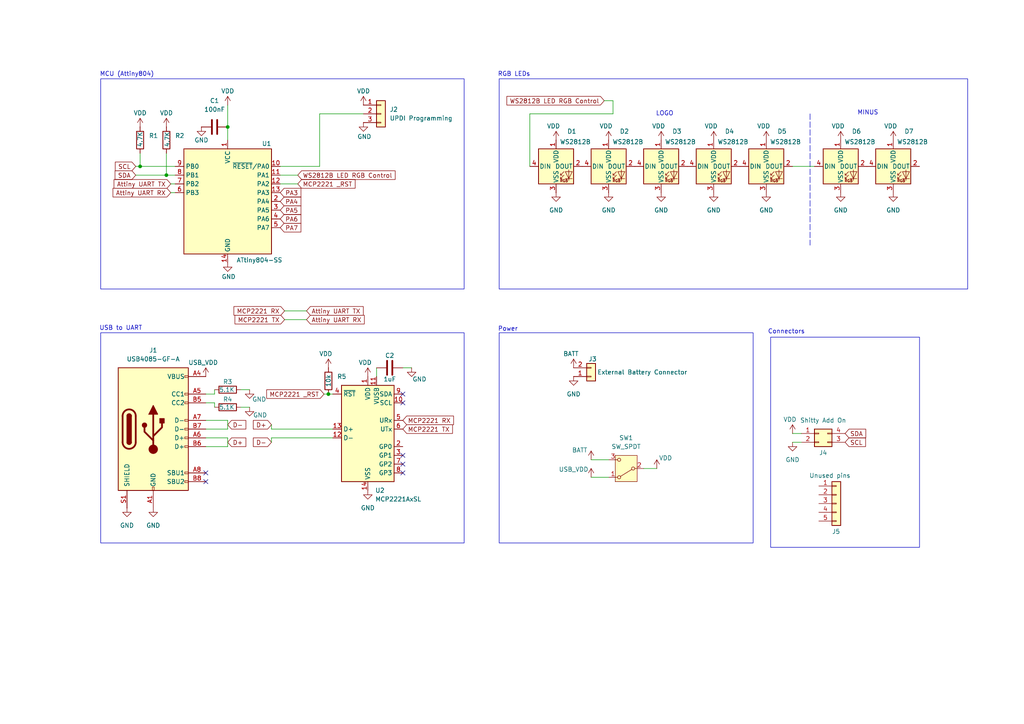
<source format=kicad_sch>
(kicad_sch (version 20250114) (generator "eeschema") (generator_version "9.0")
  (paper "A4")
  (title_block (title "Imponator") (date "2025-10-05") (rev "1") (company "Hackeriet") (comment 1 "Designed by: Sigurd Hellesvik"))
  (lib_symbols
    (symbol "Connector:USB_C_Receptacle_USB2.0_16P" (pin_names (offset 1.016))
      (property "Reference" "J" (at 0 22.225 0))
      (property "Value" "USB_C_Receptacle_USB2.0_16P" (at 0 19.685 0))
      (symbol "USB_C_Receptacle_USB2.0_16P_0_0"
        (rectangle (start -0.254 -17.78) (end 0.254 -16.764))
        (rectangle (start 10.16 15.494) (end 9.144 14.986))
        (rectangle (start 10.16 10.414) (end 9.144 9.906))
        (rectangle (start 10.16 7.874) (end 9.144 7.366))
        (rectangle (start 10.16 2.794) (end 9.144 2.286))
        (rectangle (start 10.16 0.254) (end 9.144 -0.254))
        (rectangle (start 10.16 -2.286) (end 9.144 -2.794))
        (rectangle (start 10.16 -4.826) (end 9.144 -5.334))
        (rectangle (start 10.16 -12.446) (end 9.144 -12.954))
        (rectangle (start 10.16 -14.986) (end 9.144 -15.494))
      )
      (symbol "USB_C_Receptacle_USB2.0_16P_0_1"
        (rectangle (start -10.16 17.78) (end 10.16 -17.78) (stroke (width 0.254)) (fill (type background)))
        (polyline (pts (xy -8.89 -3.81) (xy -8.89 3.81)) (stroke (width 0.508)))
        (rectangle (start -7.62 -3.81) (end -6.35 3.81) (stroke (width 0.254)) (fill (type outline)))
        (arc (start -7.62 3.81) (mid -6.985 4.4423) (end -6.35 3.81) (stroke (width 0.254)))
        (arc (start -7.62 3.81) (mid -6.985 4.4423) (end -6.35 3.81) (stroke (width 0.254)) (fill (type outline)))
        (arc (start -8.89 3.81) (mid -6.985 5.7067) (end -5.08 3.81) (stroke (width 0.508)))
        (arc (start -5.08 -3.81) (mid -6.985 -5.7067) (end -8.89 -3.81) (stroke (width 0.508)))
        (arc (start -6.35 -3.81) (mid -6.985 -4.4423) (end -7.62 -3.81) (stroke (width 0.254)))
        (arc (start -6.35 -3.81) (mid -6.985 -4.4423) (end -7.62 -3.81) (stroke (width 0.254)) (fill (type outline)))
        (polyline (pts (xy -5.08 3.81) (xy -5.08 -3.81)) (stroke (width 0.508)))
        (circle (center -2.54 1.143) (radius 0.635) (stroke (width 0.254)) (fill (type outline)))
        (polyline (pts (xy -1.27 4.318) (xy 0 6.858) (xy 1.27 4.318) (xy -1.27 4.318)) (stroke (width 0.254)) (fill (type outline)))
        (polyline (pts (xy 0 -2.032) (xy 2.54 0.508) (xy 2.54 1.778)) (stroke (width 0.508)))
        (polyline (pts (xy 0 -3.302) (xy -2.54 -0.762) (xy -2.54 0.508)) (stroke (width 0.508)))
        (polyline (pts (xy 0 -5.842) (xy 0 4.318)) (stroke (width 0.508)))
        (circle (center 0 -5.842) (radius 1.27) (fill (type outline)))
        (rectangle (start 1.905 1.778) (end 3.175 3.048) (stroke (width 0.254)) (fill (type outline)))
      )
      (symbol "USB_C_Receptacle_USB2.0_16P_1_1"
        (pin passive line (at -7.62 -22.86 90) (length 5.08) (name "SHIELD") (number "S1"))
        (pin passive line (at 0 -22.86 90) (length 5.08) (name "GND") (number "A1"))
        (pin passive line (at 0 -22.86 90) (length 5.08) (hide yes) (name "GND") (number "A12"))
        (pin passive line (at 0 -22.86 90) (length 5.08) (hide yes) (name "GND") (number "B1"))
        (pin passive line (at 0 -22.86 90) (length 5.08) (hide yes) (name "GND") (number "B12"))
        (pin passive line (at 15.24 15.24 180) (length 5.08) (name "VBUS") (number "A4"))
        (pin passive line (at 15.24 15.24 180) (length 5.08) (hide yes) (name "VBUS") (number "A9"))
        (pin passive line (at 15.24 15.24 180) (length 5.08) (hide yes) (name "VBUS") (number "B4"))
        (pin passive line (at 15.24 15.24 180) (length 5.08) (hide yes) (name "VBUS") (number "B9"))
        (pin bidirectional line (at 15.24 10.16 180) (length 5.08) (name "CC1") (number "A5"))
        (pin bidirectional line (at 15.24 7.62 180) (length 5.08) (name "CC2") (number "B5"))
        (pin bidirectional line (at 15.24 2.54 180) (length 5.08) (name "D-") (number "A7"))
        (pin bidirectional line (at 15.24 0 180) (length 5.08) (name "D-") (number "B7"))
        (pin bidirectional line (at 15.24 -2.54 180) (length 5.08) (name "D+") (number "A6"))
        (pin bidirectional line (at 15.24 -5.08 180) (length 5.08) (name "D+") (number "B6"))
        (pin bidirectional line (at 15.24 -12.7 180) (length 5.08) (name "SBU1") (number "A8"))
        (pin bidirectional line (at 15.24 -15.24 180) (length 5.08) (name "SBU2") (number "B8"))
      )
    )
    (symbol "Connector_Generic:Conn_01x02" (pin_names (offset 1.016) (hide yes))
      (property "Reference" "J" (at 0 2.54 0))
      (property "Value" "Conn_01x02" (at 0 -5.08 0))
      (symbol "Conn_01x02_1_1"
        (rectangle (start -1.27 1.27) (end 1.27 -3.81) (stroke (width 0.254)) (fill (type background)))
        (rectangle (start -1.27 0.127) (end 0 -0.127) (stroke (width 0.1524)))
        (rectangle (start -1.27 -2.413) (end 0 -2.667) (stroke (width 0.1524)))
        (pin passive line (at -5.08 0 0) (length 3.81) (name "Pin_1") (number "1"))
        (pin passive line (at -5.08 -2.54 0) (length 3.81) (name "Pin_2") (number "2"))
      )
    )
    (symbol "Connector_Generic:Conn_01x03" (pin_names (offset 1.016) (hide yes))
      (property "Reference" "J" (at 0 5.08 0))
      (property "Value" "Conn_01x03" (at 0 -5.08 0))
      (symbol "Conn_01x03_1_1"
        (rectangle (start -1.27 3.81) (end 1.27 -3.81) (stroke (width 0.254)) (fill (type background)))
        (rectangle (start -1.27 2.667) (end 0 2.413) (stroke (width 0.1524)))
        (rectangle (start -1.27 0.127) (end 0 -0.127) (stroke (width 0.1524)))
        (rectangle (start -1.27 -2.413) (end 0 -2.667) (stroke (width 0.1524)))
        (pin passive line (at -5.08 2.54 0) (length 3.81) (name "Pin_1") (number "1"))
        (pin passive line (at -5.08 0 0) (length 3.81) (name "Pin_2") (number "2"))
        (pin passive line (at -5.08 -2.54 0) (length 3.81) (name "Pin_3") (number "3"))
      )
    )
    (symbol "Connector_Generic:Conn_01x05" (pin_names (offset 1.016) (hide yes))
      (property "Reference" "J" (at 0 7.62 0))
      (property "Value" "Conn_01x05" (at 0 -7.62 0))
      (symbol "Conn_01x05_1_1"
        (rectangle (start -1.27 6.35) (end 1.27 -6.35) (stroke (width 0.254)) (fill (type background)))
        (rectangle (start -1.27 5.207) (end 0 4.953) (stroke (width 0.1524)))
        (rectangle (start -1.27 2.667) (end 0 2.413) (stroke (width 0.1524)))
        (rectangle (start -1.27 0.127) (end 0 -0.127) (stroke (width 0.1524)))
        (rectangle (start -1.27 -2.413) (end 0 -2.667) (stroke (width 0.1524)))
        (rectangle (start -1.27 -4.953) (end 0 -5.207) (stroke (width 0.1524)))
        (pin passive line (at -5.08 5.08 0) (length 3.81) (name "Pin_1") (number "1"))
        (pin passive line (at -5.08 2.54 0) (length 3.81) (name "Pin_2") (number "2"))
        (pin passive line (at -5.08 0 0) (length 3.81) (name "Pin_3") (number "3"))
        (pin passive line (at -5.08 -2.54 0) (length 3.81) (name "Pin_4") (number "4"))
        (pin passive line (at -5.08 -5.08 0) (length 3.81) (name "Pin_5") (number "5"))
      )
    )
    (symbol "Connector_Generic:Conn_02x02_Counter_Clockwise" (pin_names (offset 1.016) (hide yes))
      (property "Reference" "J" (at 1.27 2.54 0))
      (property "Value" "Conn_02x02_Counter_Clockwise" (at 1.27 -5.08 0))
      (symbol "Conn_02x02_Counter_Clockwise_1_1"
        (rectangle (start -1.27 1.27) (end 3.81 -3.81) (stroke (width 0.254)) (fill (type background)))
        (rectangle (start -1.27 0.127) (end 0 -0.127) (stroke (width 0.1524)))
        (rectangle (start -1.27 -2.413) (end 0 -2.667) (stroke (width 0.1524)))
        (rectangle (start 3.81 0.127) (end 2.54 -0.127) (stroke (width 0.1524)))
        (rectangle (start 3.81 -2.413) (end 2.54 -2.667) (stroke (width 0.1524)))
        (pin passive line (at -5.08 0 0) (length 3.81) (name "Pin_1") (number "1"))
        (pin passive line (at -5.08 -2.54 0) (length 3.81) (name "Pin_2") (number "2"))
        (pin passive line (at 7.62 0 180) (length 3.81) (name "Pin_4") (number "4"))
        (pin passive line (at 7.62 -2.54 180) (length 3.81) (name "Pin_3") (number "3"))
      )
    )
    (symbol "Device:C" (pin_numbers (hide yes)) (pin_names (offset 0.254))
      (property "Reference" "C" (at 0.635 2.54 0))
      (property "Value" "C" (at 0.635 -2.54 0))
      (symbol "C_0_1"
        (polyline (pts (xy -2.032 0.762) (xy 2.032 0.762)) (stroke (width 0.508)))
        (polyline (pts (xy -2.032 -0.762) (xy 2.032 -0.762)) (stroke (width 0.508)))
      )
      (symbol "C_1_1"
        (pin passive line (at 0 3.81 270) (length 2.794) (name "~") (number "1"))
        (pin passive line (at 0 -3.81 90) (length 2.794) (name "~") (number "2"))
      )
    )
    (symbol "Device:R" (pin_numbers (hide yes)) (pin_names (offset 0))
      (property "Reference" "R" (at 2.032 0 90))
      (property "Value" "R" (at 0 0 90))
      (symbol "R_0_1"
        (rectangle (start -1.016 -2.54) (end 1.016 2.54) (stroke (width 0.254)))
      )
      (symbol "R_1_1"
        (pin passive line (at 0 3.81 270) (length 1.27) (name "~") (number "1"))
        (pin passive line (at 0 -3.81 90) (length 1.27) (name "~") (number "2"))
      )
    )
    (symbol "Interface_USB:MCP2221AxSL"
      (property "Reference" "U" (at -7.62 16.51 0))
      (property "Value" "MCP2221AxSL" (at 12.7 16.51 0))
      (symbol "MCP2221AxSL_0_1"
        (rectangle (start -7.62 15.24) (end 7.62 -12.7) (stroke (width 0.254)) (fill (type background)))
      )
      (symbol "MCP2221AxSL_1_1"
        (pin input line (at -10.16 12.7 0) (length 2.54) (name "~{RST}") (number "4"))
        (pin bidirectional line (at -10.16 2.54 0) (length 2.54) (name "D+") (number "13"))
        (pin bidirectional line (at -10.16 0 0) (length 2.54) (name "D-") (number "12"))
        (pin power_in line (at 0 17.78 270) (length 2.54) (name "VDD") (number "1"))
        (pin power_in line (at 0 -15.24 90) (length 2.54) (name "VSS") (number "14"))
        (pin passive line (at 2.54 17.78 270) (length 2.54) (name "VUSB") (number "11"))
        (pin bidirectional line (at 10.16 12.7 180) (length 2.54) (name "SDA") (number "9"))
        (pin bidirectional line (at 10.16 10.16 180) (length 2.54) (name "SCL") (number "10"))
        (pin input line (at 10.16 5.08 180) (length 2.54) (name "URx") (number "5"))
        (pin output line (at 10.16 2.54 180) (length 2.54) (name "UTx") (number "6"))
        (pin bidirectional line (at 10.16 -2.54 180) (length 2.54) (name "GP0") (number "2"))
        (pin bidirectional line (at 10.16 -5.08 180) (length 2.54) (name "GP1") (number "3"))
        (pin bidirectional line (at 10.16 -7.62 180) (length 2.54) (name "GP2") (number "7"))
        (pin bidirectional line (at 10.16 -10.16 180) (length 2.54) (name "GP3") (number "8"))
      )
    )
    (symbol "LED:WS2812B" (pin_names (offset 0.254))
      (property "Reference" "D" (at 5.08 5.715 0))
      (property "Value" "WS2812B" (at 1.27 -5.715 0))
      (symbol "WS2812B_0_0"
        (text "RGB" (at 2.286 -4.191 0) (effects (font (size 0.762 0.762))))
      )
      (symbol "WS2812B_0_1"
        (polyline (pts (xy 1.27 -2.54) (xy 1.778 -2.54)))
        (polyline (pts (xy 1.27 -3.556) (xy 1.778 -3.556)))
        (polyline (pts (xy 2.286 -1.524) (xy 1.27 -2.54) (xy 1.27 -2.032)))
        (polyline (pts (xy 2.286 -2.54) (xy 1.27 -3.556) (xy 1.27 -3.048)))
        (polyline (pts (xy 3.683 -1.016) (xy 3.683 -3.556) (xy 3.683 -4.064)))
        (polyline (pts (xy 4.699 -1.524) (xy 2.667 -1.524) (xy 3.683 -3.556) (xy 4.699 -1.524)))
        (polyline (pts (xy 4.699 -3.556) (xy 2.667 -3.556)))
        (rectangle (start 5.08 5.08) (end -5.08 -5.08) (stroke (width 0.254)) (fill (type background)))
      )
      (symbol "WS2812B_1_1"
        (pin input line (at -7.62 0 0) (length 2.54) (name "DIN") (number "4"))
        (pin power_in line (at 0 7.62 270) (length 2.54) (name "VDD") (number "1"))
        (pin power_in line (at 0 -7.62 90) (length 2.54) (name "VSS") (number "3"))
        (pin output line (at 7.62 0 180) (length 2.54) (name "DOUT") (number "2"))
      )
    )
    (symbol "MCU_Microchip_ATtiny:ATtiny804-SS"
      (property "Reference" "U" (at -12.7 16.51 0))
      (property "Value" "ATtiny804-SS" (at 2.54 -16.51 0))
      (symbol "ATtiny804-SS_0_1"
        (rectangle (start -12.7 -15.24) (end 12.7 15.24) (stroke (width 0.254)) (fill (type background)))
      )
      (symbol "ATtiny804-SS_1_1"
        (pin bidirectional line (at -15.24 10.16 0) (length 2.54) (name "PB0") (number "9"))
        (pin bidirectional line (at -15.24 7.62 0) (length 2.54) (name "PB1") (number "8"))
        (pin bidirectional line (at -15.24 5.08 0) (length 2.54) (name "PB2") (number "7"))
        (pin bidirectional line (at -15.24 2.54 0) (length 2.54) (name "PB3") (number "6"))
        (pin power_in line (at 0 17.78 270) (length 2.54) (name "VCC") (number "1"))
        (pin power_in line (at 0 -17.78 90) (length 2.54) (name "GND") (number "14"))
        (pin bidirectional line (at 15.24 10.16 180) (length 2.54) (name "~{RESET}/PA0") (number "10"))
        (pin bidirectional line (at 15.24 7.62 180) (length 2.54) (name "PA1") (number "11"))
        (pin bidirectional line (at 15.24 5.08 180) (length 2.54) (name "PA2") (number "12"))
        (pin bidirectional line (at 15.24 2.54 180) (length 2.54) (name "PA3") (number "13"))
        (pin bidirectional line (at 15.24 0 180) (length 2.54) (name "PA4") (number "2"))
        (pin bidirectional line (at 15.24 -2.54 180) (length 2.54) (name "PA5") (number "3"))
        (pin bidirectional line (at 15.24 -5.08 180) (length 2.54) (name "PA6") (number "4"))
        (pin bidirectional line (at 15.24 -7.62 180) (length 2.54) (name "PA7") (number "5"))
      )
    )
    (symbol "Switch:SW_SPDT" (pin_names (offset 0) (hide yes))
      (property "Reference" "SW" (at 0 5.08 0))
      (property "Value" "SW_SPDT" (at 0 -5.08 0))
      (symbol "SW_SPDT_0_1"
        (circle (center -2.032 0) (radius 0.4572))
        (polyline (pts (xy -1.651 0.254) (xy 1.651 2.286)))
        (circle (center 2.032 2.54) (radius 0.4572))
        (circle (center 2.032 -2.54) (radius 0.4572))
      )
      (symbol "SW_SPDT_1_1"
        (rectangle (start -3.175 3.81) (end 3.175 -3.81) (fill (type background)))
        (pin passive line (at -5.08 0 0) (length 2.54) (name "B") (number "2"))
        (pin passive line (at 5.08 2.54 180) (length 2.54) (name "A") (number "1"))
        (pin passive line (at 5.08 -2.54 180) (length 2.54) (name "C") (number "3"))
      )
    )
    (symbol "power:+3.3V" (power) (pin_numbers (hide yes)) (pin_names (offset 0) (hide yes))
      (property "Value" "+3.3V" (at 0 3.556 0))
      (symbol "+3.3V_0_1"
        (polyline (pts (xy -0.762 1.27) (xy 0 2.54)))
        (polyline (pts (xy 0 2.54) (xy 0.762 1.27)))
        (polyline (pts (xy 0 0) (xy 0 2.54)))
      )
      (symbol "+3.3V_1_1"
        (pin power_in line (at 0 0 90) (length 0) (name "~") (number "1"))
      )
    )
    (symbol "power:GND" (power) (pin_numbers (hide yes)) (pin_names (offset 0) (hide yes))
      (property "Value" "GND" (at 0 -3.81 0))
      (symbol "GND_0_1"
        (polyline (pts (xy 0 0) (xy 0 -1.27) (xy 1.27 -1.27) (xy 0 -2.54) (xy -1.27 -1.27) (xy 0 -1.27)))
      )
      (symbol "GND_1_1"
        (pin power_in line (at 0 0 270) (length 0) (name "~") (number "1"))
      )
    )
  )
  (rectangle (start 144.78 22.86) (end 280.67 83.82))
  (rectangle (start 223.52 97.79) (end 266.7 158.75))
  (rectangle (start 144.78 96.52) (end 218.44 157.48))
  (rectangle (start 29.21 96.52) (end 134.62 157.48))
  (rectangle (start 29.21 22.86) (end 134.62 83.82))
  (text "LOGO" (at 192.786 33.02 0) (effects (font (size 1.27 1.27))))
  (text "Power" (at 147.32 95.504 0) (effects (font (size 1.27 1.27))))
  (text "USB to UART" (at 35.052 95.25 0) (effects (font (size 1.27 1.27))))
  (text "MCU (Attiny804)\n" (at 36.83 21.59 0) (effects (font (size 1.27 1.27))))
  (text "RGB LEDs" (at 149.098 21.59 0) (effects (font (size 1.27 1.27))))
  (text "MINUS" (at 251.714 32.766 0) (effects (font (size 1.27 1.27))))
  (text "Connectors\n" (at 228.092 96.266 0) (effects (font (size 1.27 1.27))))
  (junction (at 66.04 36.83))
  (junction (at 40.64 48.26))
  (junction (at 48.26 50.8))
  (junction (at 95.25 114.3))
  (no_connect (at 116.84 116.84))
  (no_connect (at 59.69 137.16))
  (no_connect (at 116.84 114.3))
  (no_connect (at 116.84 137.16))
  (no_connect (at 116.84 132.08))
  (no_connect (at 59.69 139.7))
  (no_connect (at 116.84 134.62))
  (wire (pts (xy 48.26 44.45) (xy 48.26 50.8)))
  (wire (pts (xy 48.26 50.8) (xy 50.8 50.8)))
  (wire (pts (xy 82.55 90.17) (xy 88.9 90.17)))
  (wire (pts (xy 81.28 48.26) (xy 92.71 48.26)))
  (wire (pts (xy 92.71 33.02) (xy 105.41 33.02)))
  (wire (pts (xy 40.64 48.26) (xy 50.8 48.26)))
  (wire (pts (xy 69.85 113.03) (xy 72.39 113.03)))
  (wire (pts (xy 66.04 30.48) (xy 66.04 36.83)))
  (wire (pts (xy 40.64 44.45) (xy 40.64 48.26)))
  (wire (pts (xy 177.8 33.02) (xy 177.8 29.21)))
  (wire (pts (xy 109.22 106.68) (xy 109.22 109.22)))
  (wire (pts (xy 116.84 106.68) (xy 119.38 106.68)))
  (wire (pts (xy 59.69 116.84) (xy 62.23 116.84)))
  (wire (pts (xy 82.55 92.71) (xy 88.9 92.71)))
  (wire (pts (xy 153.67 48.26) (xy 153.67 33.02)))
  (wire (pts (xy 69.85 118.11) (xy 72.39 118.11)))
  (wire (pts (xy 171.45 133.35) (xy 176.53 133.35)))
  (wire (pts (xy 92.71 48.26) (xy 92.71 33.02)))
  (wire (pts (xy 229.87 128.27) (xy 232.41 128.27)))
  (wire (pts (xy 39.37 50.8) (xy 48.26 50.8)))
  (wire (pts (xy 62.23 116.84) (xy 62.23 118.11)))
  (wire (pts (xy 96.52 124.46) (xy 78.74 124.46)))
  (wire (pts (xy 186.69 135.89) (xy 190.5 135.89)))
  (wire (pts (xy 229.87 48.26) (xy 236.22 48.26)))
  (wire (pts (xy 49.53 53.34) (xy 50.8 53.34)))
  (wire (pts (xy 39.37 48.26) (xy 40.64 48.26)))
  (wire (pts (xy 66.04 36.83) (xy 66.04 40.64)))
  (wire (pts (xy 49.53 55.88) (xy 50.8 55.88)))
  (wire (pts (xy 62.23 114.3) (xy 62.23 113.03)))
  (wire (pts (xy 95.25 114.3) (xy 96.52 114.3)))
  (wire (pts (xy 59.69 127) (xy 66.04 127)))
  (wire (pts (xy 86.36 53.34) (xy 81.28 53.34)))
  (wire (pts (xy 153.67 33.02) (xy 177.8 33.02)))
  (wire (pts (xy 86.36 50.8) (xy 81.28 50.8)))
  (wire (pts (xy 66.04 127) (xy 66.04 129.54)))
  (wire (pts (xy 59.69 124.46) (xy 66.04 124.46)))
  (wire (pts (xy 59.69 129.54) (xy 66.04 129.54)))
  (wire (pts (xy 78.74 127) (xy 96.52 127)))
  (wire (pts (xy 59.69 121.92) (xy 66.04 121.92)))
  (wire (pts (xy 66.04 121.92) (xy 66.04 124.46)))
  (wire (pts (xy 78.74 124.46) (xy 78.74 123.19)))
  (wire (pts (xy 171.45 138.43) (xy 176.53 138.43)))
  (polyline (pts (xy 234.95 33.02) (xy 234.95 71.12)) (stroke (width 0) (type dash)))
  (wire (pts (xy 59.69 114.3) (xy 62.23 114.3)))
  (wire (pts (xy 93.98 114.3) (xy 95.25 114.3)))
  (wire (pts (xy 229.87 125.73) (xy 232.41 125.73)))
  (wire (pts (xy 78.74 128.27) (xy 78.74 127)))
  (wire (pts (xy 175.26 29.21) (xy 177.8 29.21)))
  (global_label "PA3" (shape input) (at 81.28 55.88 0) (property "Intersheetrefs" "${INTERSHEET_REFS}" (effects (hide yes))))
  (global_label "Attiny UART RX" (shape input) (at 49.53 55.88 180) (property "Intersheetrefs" "${INTERSHEET_REFS}" (effects (hide yes))))
  (global_label "WS2812B LED RGB Control" (shape input) (at 175.26 29.21 180) (property "Intersheetrefs" "${INTERSHEET_REFS}" (effects (hide yes))))
  (global_label "PA5" (shape input) (at 81.28 60.96 0) (property "Intersheetrefs" "${INTERSHEET_REFS}" (effects (hide yes))))
  (global_label "WS2812B LED RGB Control" (shape input) (at 86.36 50.8 0) (property "Intersheetrefs" "${INTERSHEET_REFS}" (effects (hide yes))))
  (global_label "SCL" (shape input) (at 39.37 48.26 180) (property "Intersheetrefs" "${INTERSHEET_REFS}" (effects (hide yes))))
  (global_label "D+" (shape input) (at 78.74 123.19 180) (property "Intersheetrefs" "${INTERSHEET_REFS}" (effects (hide yes))))
  (global_label "MCP2221 _RST" (shape input) (at 86.36 53.34 0) (property "Intersheetrefs" "${INTERSHEET_REFS}" (effects (hide yes))))
  (global_label "MCP2221 TX" (shape input) (at 116.84 124.46 0) (property "Intersheetrefs" "${INTERSHEET_REFS}" (effects (hide yes))))
  (global_label "MCP2221 RX" (shape input) (at 116.84 121.92 0) (property "Intersheetrefs" "${INTERSHEET_REFS}" (effects (hide yes))))
  (global_label "D-" (shape input) (at 66.04 123.19 0) (property "Intersheetrefs" "${INTERSHEET_REFS}" (effects (hide yes))))
  (global_label "MCP2221 RX" (shape input) (at 82.55 90.17 180) (property "Intersheetrefs" "${INTERSHEET_REFS}" (effects (hide yes))))
  (global_label "Attiny UART TX" (shape input) (at 49.53 53.34 180) (property "Intersheetrefs" "${INTERSHEET_REFS}" (effects (hide yes))))
  (global_label "PA4" (shape input) (at 81.28 58.42 0) (property "Intersheetrefs" "${INTERSHEET_REFS}" (effects (hide yes))))
  (global_label "SCL" (shape input) (at 245.11 128.27 0) (property "Intersheetrefs" "${INTERSHEET_REFS}" (effects (hide yes))))
  (global_label "MCP2221 _RST" (shape input) (at 93.98 114.3 180) (property "Intersheetrefs" "${INTERSHEET_REFS}" (effects (hide yes))))
  (global_label "SDA" (shape input) (at 245.11 125.73 0) (property "Intersheetrefs" "${INTERSHEET_REFS}" (effects (hide yes))))
  (global_label "D-" (shape input) (at 78.74 128.27 180) (property "Intersheetrefs" "${INTERSHEET_REFS}" (effects (hide yes))))
  (global_label "PA6" (shape input) (at 81.28 63.5 0) (property "Intersheetrefs" "${INTERSHEET_REFS}" (effects (hide yes))))
  (global_label "MCP2221 TX" (shape input) (at 82.55 92.71 180) (property "Intersheetrefs" "${INTERSHEET_REFS}" (effects (hide yes))))
  (global_label "PA7" (shape input) (at 81.28 66.04 0) (property "Intersheetrefs" "${INTERSHEET_REFS}" (effects (hide yes))))
  (global_label "Attiny UART TX" (shape input) (at 88.9 90.17 0) (property "Intersheetrefs" "${INTERSHEET_REFS}" (effects (hide yes))))
  (global_label "Attiny UART RX" (shape input) (at 88.9 92.71 0) (property "Intersheetrefs" "${INTERSHEET_REFS}" (effects (hide yes))))
  (global_label "SDA" (shape input) (at 39.37 50.8 180) (property "Intersheetrefs" "${INTERSHEET_REFS}" (effects (hide yes))))
  (global_label "D+" (shape input) (at 66.04 128.27 0) (property "Intersheetrefs" "${INTERSHEET_REFS}" (effects (hide yes))))
  (symbol (lib_id "LED:WS2812B") (at 161.29 48.26 0) (unit 1)
    (property "Reference" "D1" (at 165.862 38.1 0))
    (property "Value" "WS2812B" (at 166.878 41.148 0))
    (property "Footprint" "imponator_footprint_lib:LED_WS2812B-4020" (effects (hide yes)))
    (property "Datasheet" "https://cdn-shop.adafruit.com/datasheets/WS2812B.pdf" (effects (hide yes)))
    (property "Description" "RGB LED with integrated controller" (effects (hide yes)))
  )
  (symbol (lib_id "Device:R") (at 40.64 40.64 0) (unit 1)
    (property "Reference" "R1" (at 43.18 39.3699 0) (effects (justify left)))
    (property "Value" "4.7K" (at 40.64 42.672 90) (effects (justify left)))
    (property "Footprint" "Resistor_SMD:R_0603_1608Metric_Pad0.98x0.95mm_HandSolder" (effects (hide yes)))
    (property "Description" "Resistor" (effects (hide yes)))
  )
  (symbol (lib_id "Device:R") (at 95.25 110.49 0) (unit 1)
    (property "Reference" "R5" (at 97.79 109.2199 0) (effects (justify left)))
    (property "Value" "10k" (at 95.25 112.268 90) (effects (justify left)))
    (property "Footprint" "Resistor_SMD:R_0603_1608Metric_Pad0.98x0.95mm_HandSolder" (effects (hide yes)))
    (property "Description" "Resistor" (effects (hide yes)))
  )
  (symbol (lib_id "LED:WS2812B") (at 191.77 48.26 0) (unit 1)
    (property "Reference" "D3" (at 196.342 38.1 0))
    (property "Value" "WS2812B" (at 197.358 41.148 0))
    (property "Footprint" "imponator_footprint_lib:LED_WS2812B-4020" (effects (hide yes)))
    (property "Datasheet" "https://cdn-shop.adafruit.com/datasheets/WS2812B.pdf" (effects (hide yes)))
    (property "Description" "RGB LED with integrated controller" (effects (hide yes)))
  )
  (symbol (lib_id "power:GND") (at 66.04 76.2 0) (unit 1)
    (property "Reference" "#PWR08" (effects (hide yes)))
    (property "Value" "GND" (at 64.262 80.264 0) (effects (justify left)))
    (property "Description" "Power symbol creates a global label with name \"GND\" , ground" (effects (hide yes)))
  )
  (symbol (lib_id "power:GND") (at 229.87 128.27 0) (unit 1)
    (property "Reference" "#PWR033" (effects (hide yes)))
    (property "Value" "GND" (at 229.87 133.35 0))
    (property "Description" "Power symbol creates a global label with name \"GND\" , ground" (effects (hide yes)))
  )
  (symbol (lib_id "power:+3.3V") (at 105.41 30.48 0) (unit 1)
    (property "Reference" "#PWR012" (effects (hide yes)))
    (property "Value" "VDD" (at 105.41 26.416 0))
    (property "Description" "Power symbol creates a global label with name \"+3.3V\"" (effects (hide yes)))
  )
  (symbol (lib_id "power:+3.3V") (at 191.77 40.64 0) (unit 1)
    (property "Reference" "#PWR026" (effects (hide yes)))
    (property "Value" "VDD" (at 191.008 36.576 0))
    (property "Description" "Power symbol creates a global label with name \"+3.3V\"" (effects (hide yes)))
  )
  (symbol (lib_id "LED:WS2812B") (at 176.53 48.26 0) (unit 1)
    (property "Reference" "D2" (at 181.102 38.1 0))
    (property "Value" "WS2812B" (at 182.118 41.148 0))
    (property "Footprint" "imponator_footprint_lib:LED_WS2812B-4020" (effects (hide yes)))
    (property "Datasheet" "https://cdn-shop.adafruit.com/datasheets/WS2812B.pdf" (effects (hide yes)))
    (property "Description" "RGB LED with integrated controller" (effects (hide yes)))
  )
  (symbol (lib_id "power:+3.3V") (at 59.69 109.22 0) (unit 1)
    (property "Reference" "#PWR06" (effects (hide yes)))
    (property "Value" "USB_VDD" (at 58.928 105.156 0))
    (property "Description" "Power symbol creates a global label with name \"+3.3V\"" (effects (hide yes)))
  )
  (symbol (lib_id "power:GND") (at 72.39 118.11 0) (unit 1)
    (property "Reference" "#PWR010" (effects (hide yes)))
    (property "Value" "GND" (at 75.438 120.396 0))
    (property "Description" "Power symbol creates a global label with name \"GND\" , ground" (effects (hide yes)))
  )
  (symbol (lib_id "Device:R") (at 66.04 113.03 90) (unit 1)
    (property "Reference" "R3" (at 66.04 110.744 90))
    (property "Value" "5.1K" (at 65.786 113.03 90))
    (property "Footprint" "Resistor_SMD:R_0603_1608Metric_Pad0.98x0.95mm_HandSolder" (effects (hide yes)))
    (property "Description" "Resistor" (effects (hide yes)))
  )
  (symbol (lib_id "power:GND") (at 72.39 113.03 0) (unit 1)
    (property "Reference" "#PWR09" (effects (hide yes)))
    (property "Value" "GND" (at 75.184 115.824 0))
    (property "Description" "Power symbol creates a global label with name \"GND\" , ground" (effects (hide yes)))
  )
  (symbol (lib_id "power:GND") (at 36.83 147.32 0) (unit 1)
    (property "Reference" "#PWR01" (effects (hide yes)))
    (property "Value" "GND" (at 36.83 152.4 0))
    (property "Description" "Power symbol creates a global label with name \"GND\" , ground" (effects (hide yes)))
  )
  (symbol (lib_id "Connector_Generic:Conn_01x02") (at 171.45 109.22 0) (mirror x) (unit 1)
    (property "Reference" "J3" (at 170.688 104.14 0) (effects (justify left)))
    (property "Value" "External Battery Connector" (at 173.228 107.95 0) (effects (justify left)))
    (property "Footprint" "Connector_PinHeader_2.54mm:PinHeader_1x02_P2.54mm_Vertical" (effects (hide yes)))
    (property "Description" "Generic connector, single row, 01x02, script generated (kicad-library-utils/schlib/autogen/connector/)" (effects (hide yes)))
  )
  (symbol (lib_id "Device:R") (at 48.26 40.64 0) (unit 1)
    (property "Reference" "R2" (at 50.8 39.3699 0) (effects (justify left)))
    (property "Value" "4.7K" (at 48.514 42.672 90) (effects (justify left)))
    (property "Footprint" "Resistor_SMD:R_0603_1608Metric_Pad0.98x0.95mm_HandSolder" (effects (hide yes)))
    (property "Description" "Resistor" (effects (hide yes)))
  )
  (symbol (lib_id "Device:C") (at 113.03 106.68 90) (unit 1)
    (property "Reference" "C2" (at 113.03 103.124 90))
    (property "Value" "1uF" (at 113.03 109.982 90))
    (property "Footprint" "Capacitor_SMD:C_0603_1608Metric_Pad1.08x0.95mm_HandSolder" (effects (hide yes)))
    (property "Description" "Unpolarized capacitor" (effects (hide yes)))
  )
  (symbol (lib_id "LED:WS2812B") (at 243.84 48.26 0) (unit 1)
    (property "Reference" "D6" (at 248.412 38.1 0))
    (property "Value" "WS2812B" (at 249.428 41.148 0))
    (property "Footprint" "imponator_footprint_lib:LED_WS2812B-4020" (effects (hide yes)))
    (property "Datasheet" "https://cdn-shop.adafruit.com/datasheets/WS2812B.pdf" (effects (hide yes)))
    (property "Description" "RGB LED with integrated controller" (effects (hide yes)))
  )
  (symbol (lib_id "power:+3.3V") (at 190.5 135.89 0) (unit 1)
    (property "Reference" "#PWR025" (effects (hide yes)))
    (property "Value" "VDD" (at 193.04 132.842 0))
    (property "Description" "Power symbol creates a global label with name \"+3.3V\"" (effects (hide yes)))
  )
  (symbol (lib_id "power:GND") (at 106.68 142.24 0) (unit 1)
    (property "Reference" "#PWR015" (effects (hide yes)))
    (property "Value" "GND" (at 106.68 147.32 0))
    (property "Description" "Power symbol creates a global label with name \"GND\" , ground" (effects (hide yes)))
  )
  (symbol (lib_id "Connector_Generic:Conn_01x05") (at 242.57 146.05 0) (unit 1)
    (property "Reference" "J5" (at 241.3 154.178 0) (effects (justify left)))
    (property "Value" "Unused pins" (at 234.696 137.922 0) (effects (justify left)))
    (property "Footprint" "Connector_PinSocket_2.54mm:PinSocket_1x05_P2.54mm_Vertical_SMD_Pin1Left" (effects (hide yes)))
    (property "Description" "Generic connector, single row, 01x05, script generated (kicad-library-utils/schlib/autogen/connector/)" (effects (hide yes)))
  )
  (symbol (lib_id "power:+3.3V") (at 176.53 40.64 0) (unit 1)
    (property "Reference" "#PWR023" (effects (hide yes)))
    (property "Value" "VDD" (at 175.768 36.576 0))
    (property "Description" "Power symbol creates a global label with name \"+3.3V\"" (effects (hide yes)))
  )
  (symbol (lib_id "power:GND") (at 58.42 36.83 0) (unit 1)
    (property "Reference" "#PWR05" (effects (hide yes)))
    (property "Value" "GND" (at 58.42 40.64 0))
    (property "Description" "Power symbol creates a global label with name \"GND\" , ground" (effects (hide yes)))
  )
  (symbol (lib_id "power:+3.3V") (at 222.25 40.64 0) (unit 1)
    (property "Reference" "#PWR030" (effects (hide yes)))
    (property "Value" "VDD" (at 221.488 36.576 0))
    (property "Description" "Power symbol creates a global label with name \"+3.3V\"" (effects (hide yes)))
  )
  (symbol (lib_id "power:GND") (at 243.84 55.88 0) (unit 1)
    (property "Reference" "#PWR035" (effects (hide yes)))
    (property "Value" "GND" (at 243.84 60.96 0))
    (property "Description" "Power symbol creates a global label with name \"GND\" , ground" (effects (hide yes)))
  )
  (symbol (lib_id "LED:WS2812B") (at 207.01 48.26 0) (unit 1)
    (property "Reference" "D4" (at 211.582 38.1 0))
    (property "Value" "WS2812B" (at 212.598 41.148 0))
    (property "Footprint" "imponator_footprint_lib:LED_WS2812B-4020" (effects (hide yes)))
    (property "Datasheet" "https://cdn-shop.adafruit.com/datasheets/WS2812B.pdf" (effects (hide yes)))
    (property "Description" "RGB LED with integrated controller" (effects (hide yes)))
  )
  (symbol (lib_id "power:GND") (at 222.25 55.88 0) (unit 1)
    (property "Reference" "#PWR031" (effects (hide yes)))
    (property "Value" "GND" (at 222.25 60.96 0))
    (property "Description" "Power symbol creates a global label with name \"GND\" , ground" (effects (hide yes)))
  )
  (symbol (lib_id "power:+3.3V") (at 171.45 138.43 0) (unit 1)
    (property "Reference" "#PWR022" (effects (hide yes)))
    (property "Value" "USB_VDD" (at 166.37 136.144 0))
    (property "Description" "Power symbol creates a global label with name \"+3.3V\"" (effects (hide yes)))
  )
  (symbol (lib_id "power:GND") (at 44.45 147.32 0) (unit 1)
    (property "Reference" "#PWR03" (effects (hide yes)))
    (property "Value" "GND" (at 44.45 152.4 0))
    (property "Description" "Power symbol creates a global label with name \"GND\" , ground" (effects (hide yes)))
  )
  (symbol (lib_id "power:+3.3V") (at 95.25 106.68 0) (unit 1)
    (property "Reference" "#PWR011" (effects (hide yes)))
    (property "Value" "VDD" (at 94.488 102.616 0))
    (property "Description" "Power symbol creates a global label with name \"+3.3V\"" (effects (hide yes)))
  )
  (symbol (lib_id "power:+3.3V") (at 40.64 36.83 0) (unit 1)
    (property "Reference" "#PWR02" (effects (hide yes)))
    (property "Value" "VDD" (at 40.64 32.766 0))
    (property "Description" "Power symbol creates a global label with name \"+3.3V\"" (effects (hide yes)))
  )
  (symbol (lib_id "power:GND") (at 161.29 55.88 0) (unit 1)
    (property "Reference" "#PWR018" (effects (hide yes)))
    (property "Value" "GND" (at 161.29 60.96 0))
    (property "Description" "Power symbol creates a global label with name \"GND\" , ground" (effects (hide yes)))
  )
  (symbol (lib_id "power:GND") (at 119.38 106.68 0) (mirror y) (unit 1)
    (property "Reference" "#PWR016" (effects (hide yes)))
    (property "Value" "GND" (at 121.666 109.982 0))
    (property "Description" "Power symbol creates a global label with name \"GND\" , ground" (effects (hide yes)))
  )
  (symbol (lib_id "Connector:USB_C_Receptacle_USB2.0_16P") (at 44.45 124.46 0) (unit 1)
    (property "Reference" "J1" (at 44.45 101.6 0))
    (property "Value" "USB4085-GF-A" (at 44.45 104.14 0))
    (property "Footprint" "Connector_USB:USB_C_Receptacle_GCT_USB4085" (effects (hide yes)))
    (property "Datasheet" "https://www.usb.org/sites/default/files/documents/usb_type-c.zip" (effects (hide yes)))
    (property "Description" "USB 2.0-only 16P Type-C Receptacle connector" (effects (hide yes)))
  )
  (symbol (lib_id "power:+3.3V") (at 66.04 30.48 0) (unit 1)
    (property "Reference" "#PWR07" (effects (hide yes)))
    (property "Value" "VDD" (at 66.04 26.416 0))
    (property "Description" "Power symbol creates a global label with name \"+3.3V\"" (effects (hide yes)))
  )
  (symbol (lib_id "power:GND") (at 207.01 55.88 0) (unit 1)
    (property "Reference" "#PWR029" (effects (hide yes)))
    (property "Value" "GND" (at 207.01 60.96 0))
    (property "Description" "Power symbol creates a global label with name \"GND\" , ground" (effects (hide yes)))
  )
  (symbol (lib_id "power:+3.3V") (at 106.68 109.22 0) (unit 1)
    (property "Reference" "#PWR014" (effects (hide yes)))
    (property "Value" "VDD" (at 105.918 105.156 0))
    (property "Description" "Power symbol creates a global label with name \"+3.3V\"" (effects (hide yes)))
  )
  (symbol (lib_id "LED:WS2812B") (at 222.25 48.26 0) (unit 1)
    (property "Reference" "D5" (at 226.822 38.1 0))
    (property "Value" "WS2812B" (at 227.838 41.148 0))
    (property "Footprint" "imponator_footprint_lib:LED_WS2812B-4020" (effects (hide yes)))
    (property "Datasheet" "https://cdn-shop.adafruit.com/datasheets/WS2812B.pdf" (effects (hide yes)))
    (property "Description" "RGB LED with integrated controller" (effects (hide yes)))
  )
  (symbol (lib_id "MCU_Microchip_ATtiny:ATtiny804-SS") (at 66.04 58.42 0) (unit 1)
    (property "Reference" "U1" (at 75.946 41.656 0) (effects (justify left)))
    (property "Value" "ATtiny804-SS" (at 68.58 75.438 0) (effects (justify left)))
    (property "Footprint" "Package_SO:SOIC-14_3.9x8.7mm_P1.27mm" (effects (hide yes)))
    (property "Datasheet" "http://ww1.microchip.com/downloads/en/DeviceDoc/ATtiny804_1604-Data-Sheet-40002028A.pdf" (effects (hide yes)))
    (property "Description" "20MHz, 8kB Flash, 512B SRAM, 128B EEPROM, SOIC-14" (effects (hide yes)))
  )
  (symbol (lib_id "power:GND") (at 105.41 35.56 0) (unit 1)
    (property "Reference" "#PWR013" (effects (hide yes)))
    (property "Value" "GND" (at 103.632 39.624 0) (effects (justify left)))
    (property "Description" "Power symbol creates a global label with name \"GND\" , ground" (effects (hide yes)))
  )
  (symbol (lib_id "power:GND") (at 259.08 55.88 0) (unit 1)
    (property "Reference" "#PWR037" (effects (hide yes)))
    (property "Value" "GND" (at 259.08 60.96 0))
    (property "Description" "Power symbol creates a global label with name \"GND\" , ground" (effects (hide yes)))
  )
  (symbol (lib_id "Device:R") (at 66.04 118.11 90) (unit 1)
    (property "Reference" "R4" (at 66.04 115.824 90))
    (property "Value" "5.1K" (at 65.786 118.11 90))
    (property "Footprint" "Resistor_SMD:R_0603_1608Metric_Pad0.98x0.95mm_HandSolder" (effects (hide yes)))
    (property "Description" "Resistor" (effects (hide yes)))
  )
  (symbol (lib_id "power:+3.3V") (at 259.08 40.64 0) (unit 1)
    (property "Reference" "#PWR036" (effects (hide yes)))
    (property "Value" "VDD" (at 258.318 36.576 0))
    (property "Description" "Power symbol creates a global label with name \"+3.3V\"" (effects (hide yes)))
  )
  (symbol (lib_id "power:GND") (at 191.77 55.88 0) (unit 1)
    (property "Reference" "#PWR027" (effects (hide yes)))
    (property "Value" "GND" (at 191.77 60.96 0))
    (property "Description" "Power symbol creates a global label with name \"GND\" , ground" (effects (hide yes)))
  )
  (symbol (lib_id "LED:WS2812B") (at 259.08 48.26 0) (unit 1)
    (property "Reference" "D7" (at 263.652 38.1 0))
    (property "Value" "WS2812B" (at 264.668 41.148 0))
    (property "Footprint" "imponator_footprint_lib:LED_WS2812B-4020" (effects (hide yes)))
    (property "Datasheet" "https://cdn-shop.adafruit.com/datasheets/WS2812B.pdf" (effects (hide yes)))
    (property "Description" "RGB LED with integrated controller" (effects (hide yes)))
  )
  (symbol (lib_id "Interface_USB:MCP2221AxSL") (at 106.68 127 0) (unit 1)
    (property "Reference" "U2" (at 108.8233 142.24 0) (effects (justify left)))
    (property "Value" "MCP2221AxSL" (at 108.8233 144.78 0) (effects (justify left)))
    (property "Footprint" "Package_SO:SOIC-14_3.9x8.7mm_P1.27mm" (effects (hide yes)))
    (property "Datasheet" "http://ww1.microchip.com/downloads/en/DeviceDoc/20005565B.pdf" (effects (hide yes)))
    (property "Description" "USB to I2C/UART Protocol Converter with GPIO, SOIC-14" (effects (hide yes)))
  )
  (symbol (lib_id "power:GND") (at 166.37 109.22 0) (unit 1)
    (property "Reference" "#PWR020" (effects (hide yes)))
    (property "Value" "GND" (at 166.37 114.3 0))
    (property "Description" "Power symbol creates a global label with name \"GND\" , ground" (effects (hide yes)))
  )
  (symbol (lib_id "Device:C") (at 62.23 36.83 90) (unit 1)
    (property "Reference" "C1" (at 62.23 29.21 90))
    (property "Value" "100nF" (at 62.23 31.75 90))
    (property "Footprint" "Capacitor_SMD:C_0603_1608Metric_Pad1.08x0.95mm_HandSolder" (effects (hide yes)))
    (property "Description" "Unpolarized capacitor" (effects (hide yes)))
  )
  (symbol (lib_id "power:+3.3V") (at 48.26 36.83 0) (unit 1)
    (property "Reference" "#PWR04" (effects (hide yes)))
    (property "Value" "VDD" (at 48.26 32.766 0))
    (property "Description" "Power symbol creates a global label with name \"+3.3V\"" (effects (hide yes)))
  )
  (symbol (lib_id "power:+3.3V") (at 207.01 40.64 0) (unit 1)
    (property "Reference" "#PWR028" (effects (hide yes)))
    (property "Value" "VDD" (at 206.248 36.576 0))
    (property "Description" "Power symbol creates a global label with name \"+3.3V\"" (effects (hide yes)))
  )
  (symbol (lib_id "power:GND") (at 176.53 55.88 0) (unit 1)
    (property "Reference" "#PWR024" (effects (hide yes)))
    (property "Value" "GND" (at 176.53 60.96 0))
    (property "Description" "Power symbol creates a global label with name \"GND\" , ground" (effects (hide yes)))
  )
  (symbol (lib_id "power:+3.3V") (at 243.84 40.64 0) (unit 1)
    (property "Reference" "#PWR034" (effects (hide yes)))
    (property "Value" "VDD" (at 243.078 36.576 0))
    (property "Description" "Power symbol creates a global label with name \"+3.3V\"" (effects (hide yes)))
  )
  (symbol (lib_id "power:+3.3V") (at 161.29 40.64 0) (unit 1)
    (property "Reference" "#PWR017" (effects (hide yes)))
    (property "Value" "VDD" (at 160.528 36.576 0))
    (property "Description" "Power symbol creates a global label with name \"+3.3V\"" (effects (hide yes)))
  )
  (symbol (lib_id "power:+3.3V") (at 171.45 133.35 0) (unit 1)
    (property "Reference" "#PWR021" (effects (hide yes)))
    (property "Value" "BATT" (at 168.148 130.556 0))
    (property "Description" "Power symbol creates a global label with name \"+3.3V\"" (effects (hide yes)))
  )
  (symbol (lib_id "power:+3.3V") (at 229.87 125.73 0) (unit 1)
    (property "Reference" "#PWR032" (effects (hide yes)))
    (property "Value" "VDD" (at 229.108 121.666 0))
    (property "Description" "Power symbol creates a global label with name \"+3.3V\"" (effects (hide yes)))
  )
  (symbol (lib_id "Connector_Generic:Conn_01x03") (at 110.49 33.02 0) (unit 1)
    (property "Reference" "J2" (at 113.03 31.7499 0) (effects (justify left)))
    (property "Value" "UPDI Programming" (at 113.03 34.2899 0) (effects (justify left)))
    (property "Footprint" "Connector_PinHeader_2.54mm:PinHeader_1x03_P2.54mm_Horizontal" (effects (hide yes)))
    (property "Description" "Generic connector, single row, 01x03, script generated (kicad-library-utils/schlib/autogen/connector/)" (effects (hide yes)))
  )
  (symbol (lib_id "Switch:SW_SPDT") (at 181.61 135.89 180) (unit 1)
    (property "Reference" "SW1" (at 181.61 127 0))
    (property "Value" "SW_SPDT" (at 181.61 129.54 0))
    (property "Footprint" "Button_Switch_SMD:SW_SPDT_Shouhan_MSK12C02" (effects (hide yes)))
    (property "Description" "Switch, single pole double throw" (effects (hide yes)))
  )
  (symbol (lib_id "Connector_Generic:Conn_02x02_Counter_Clockwise") (at 237.49 125.73 0) (unit 1)
    (property "Reference" "J4" (at 238.76 131.318 0))
    (property "Value" "Shitty Add On" (at 238.76 121.92 0))
    (property "Footprint" "Connector_PinHeader_2.54mm:PinHeader_2x02_P2.54mm_Horizontal" (effects (hide yes)))
    (property "Description" "Generic connector, double row, 02x02, counter clockwise pin numbering scheme (similar to DIP package numbering), script generated (kicad-library-utils/schlib/autogen/connector/)" (effects (hide yes)))
  )
  (symbol (lib_id "power:+3.3V") (at 166.37 106.68 0) (unit 1)
    (property "Reference" "#PWR019" (effects (hide yes)))
    (property "Value" "BATT" (at 165.608 102.616 0))
    (property "Description" "Power symbol creates a global label with name \"+3.3V\"" (effects (hide yes)))
  )
)
</source>
